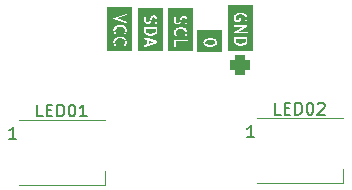
<source format=gto>
%TF.GenerationSoftware,KiCad,Pcbnew,7.0.2*%
%TF.CreationDate,2023-06-15T14:07:21-05:00*%
%TF.ProjectId,Capsule,43617073-756c-4652-9e6b-696361645f70,1.0*%
%TF.SameCoordinates,Original*%
%TF.FileFunction,Legend,Top*%
%TF.FilePolarity,Positive*%
%FSLAX46Y46*%
G04 Gerber Fmt 4.6, Leading zero omitted, Abs format (unit mm)*
G04 Created by KiCad (PCBNEW 7.0.2) date 2023-06-15 14:07:21*
%MOMM*%
%LPD*%
G01*
G04 APERTURE LIST*
G04 Aperture macros list*
%AMRoundRect*
0 Rectangle with rounded corners*
0 $1 Rounding radius*
0 $2 $3 $4 $5 $6 $7 $8 $9 X,Y pos of 4 corners*
0 Add a 4 corners polygon primitive as box body*
4,1,4,$2,$3,$4,$5,$6,$7,$8,$9,$2,$3,0*
0 Add four circle primitives for the rounded corners*
1,1,$1+$1,$2,$3*
1,1,$1+$1,$4,$5*
1,1,$1+$1,$6,$7*
1,1,$1+$1,$8,$9*
0 Add four rect primitives between the rounded corners*
20,1,$1+$1,$2,$3,$4,$5,0*
20,1,$1+$1,$4,$5,$6,$7,0*
20,1,$1+$1,$6,$7,$8,$9,0*
20,1,$1+$1,$8,$9,$2,$3,0*%
%AMOutline5P*
0 Free polygon, 5 corners , with rotation*
0 The origin of the aperture is its center*
0 number of corners: always 5*
0 $1 to $10 corner X, Y*
0 $11 Rotation angle, in degrees counterclockwise*
0 create outline with 5 corners*
4,1,5,$1,$2,$3,$4,$5,$6,$7,$8,$9,$10,$1,$2,$11*%
%AMOutline6P*
0 Free polygon, 6 corners , with rotation*
0 The origin of the aperture is its center*
0 number of corners: always 6*
0 $1 to $12 corner X, Y*
0 $13 Rotation angle, in degrees counterclockwise*
0 create outline with 6 corners*
4,1,6,$1,$2,$3,$4,$5,$6,$7,$8,$9,$10,$11,$12,$1,$2,$13*%
%AMOutline7P*
0 Free polygon, 7 corners , with rotation*
0 The origin of the aperture is its center*
0 number of corners: always 7*
0 $1 to $14 corner X, Y*
0 $15 Rotation angle, in degrees counterclockwise*
0 create outline with 7 corners*
4,1,7,$1,$2,$3,$4,$5,$6,$7,$8,$9,$10,$11,$12,$13,$14,$1,$2,$15*%
%AMOutline8P*
0 Free polygon, 8 corners , with rotation*
0 The origin of the aperture is its center*
0 number of corners: always 8*
0 $1 to $16 corner X, Y*
0 $17 Rotation angle, in degrees counterclockwise*
0 create outline with 8 corners*
4,1,8,$1,$2,$3,$4,$5,$6,$7,$8,$9,$10,$11,$12,$13,$14,$15,$16,$1,$2,$17*%
G04 Aperture macros list end*
%ADD10C,0.150000*%
%ADD11C,0.120000*%
%ADD12C,1.900000*%
%ADD13C,3.400000*%
%ADD14RoundRect,0.425000X-0.425000X0.425000X-0.425000X-0.425000X0.425000X-0.425000X0.425000X0.425000X0*%
%ADD15Outline5P,-0.850000X0.510000X-0.510000X0.850000X0.850000X0.850000X0.850000X-0.850000X-0.850000X-0.850000X270.000000*%
%ADD16O,1.700000X1.700000*%
%ADD17R,1.700000X1.700000*%
%ADD18R,1.500000X0.900000*%
%ADD19O,2.500000X1.500000*%
%ADD20O,1.500000X2.500000*%
G04 APERTURE END LIST*
D10*
%TO.C,Connector1*%
G36*
X130082380Y-58464019D02*
G01*
X130044208Y-58578533D01*
X129970095Y-58652646D01*
X129893109Y-58691139D01*
X129719575Y-58734523D01*
X129595186Y-58734523D01*
X129421653Y-58691139D01*
X129344664Y-58652645D01*
X129270551Y-58578532D01*
X129232380Y-58464020D01*
X129232380Y-58313095D01*
X130082380Y-58313095D01*
X130082380Y-58464019D01*
G37*
G36*
X130675357Y-59367857D02*
G01*
X128564643Y-59367857D01*
X128564643Y-58479016D01*
X129079265Y-58479016D01*
X129085803Y-58498629D01*
X129091623Y-58518450D01*
X129092729Y-58519408D01*
X129132571Y-58638929D01*
X129136395Y-58656508D01*
X129147236Y-58667349D01*
X129155982Y-58679933D01*
X129162527Y-58682640D01*
X129240556Y-58760669D01*
X129247000Y-58771519D01*
X129265501Y-58780769D01*
X129283623Y-58790665D01*
X129285083Y-58790560D01*
X129349986Y-58823012D01*
X129355921Y-58829324D01*
X129369298Y-58832668D01*
X129371578Y-58833808D01*
X129379710Y-58835271D01*
X129555788Y-58879290D01*
X129563930Y-58884523D01*
X129576718Y-58884523D01*
X129578222Y-58884899D01*
X129587468Y-58884523D01*
X129716466Y-58884523D01*
X129725635Y-58887625D01*
X129738043Y-58884523D01*
X129739591Y-58884523D01*
X129748460Y-58881918D01*
X129924515Y-58837904D01*
X129933129Y-58838835D01*
X129945462Y-58832668D01*
X129947935Y-58832050D01*
X129955062Y-58827867D01*
X130039652Y-58785572D01*
X130051984Y-58782890D01*
X130066611Y-58768262D01*
X130081729Y-58754201D01*
X130082091Y-58752782D01*
X130159939Y-58674934D01*
X130173948Y-58663656D01*
X130178795Y-58649114D01*
X130186141Y-58635662D01*
X130185635Y-58628594D01*
X130225558Y-58508826D01*
X130232380Y-58498212D01*
X130232379Y-58477532D01*
X130233126Y-58456893D01*
X130232380Y-58455634D01*
X130232380Y-58243454D01*
X130234750Y-58226971D01*
X130227830Y-58211818D01*
X130223137Y-58195835D01*
X130218824Y-58192098D01*
X130216454Y-58186907D01*
X130202437Y-58177899D01*
X130189851Y-58166993D01*
X130184204Y-58166181D01*
X130179402Y-58163095D01*
X130162740Y-58163095D01*
X130146256Y-58160725D01*
X130141066Y-58163095D01*
X129162740Y-58163095D01*
X129146256Y-58160725D01*
X129131103Y-58167644D01*
X129115120Y-58172338D01*
X129111383Y-58176650D01*
X129106192Y-58179021D01*
X129097184Y-58193037D01*
X129086278Y-58205624D01*
X129085466Y-58211270D01*
X129082380Y-58216073D01*
X129082380Y-58232735D01*
X129080010Y-58249219D01*
X129082380Y-58254408D01*
X129082380Y-58466788D01*
X129079265Y-58479016D01*
X128564643Y-58479016D01*
X128564643Y-57768988D01*
X129079536Y-57768988D01*
X129080309Y-57770945D01*
X129080010Y-57773028D01*
X129088346Y-57791283D01*
X129095723Y-57809949D01*
X129097431Y-57811177D01*
X129098306Y-57813092D01*
X129115190Y-57823942D01*
X129131486Y-57835657D01*
X129133588Y-57835766D01*
X129135358Y-57836904D01*
X129155427Y-57836904D01*
X129175470Y-57837948D01*
X129177297Y-57836904D01*
X130168162Y-57836904D01*
X130199640Y-57827661D01*
X130228482Y-57794375D01*
X130234750Y-57750780D01*
X130216454Y-57710716D01*
X130179402Y-57686904D01*
X129439797Y-57686904D01*
X130186954Y-57259957D01*
X130199640Y-57256233D01*
X130212779Y-57241069D01*
X130226697Y-57226602D01*
X130227104Y-57224536D01*
X130228482Y-57222947D01*
X130231337Y-57203086D01*
X130235224Y-57183392D01*
X130234450Y-57181434D01*
X130234750Y-57179352D01*
X130226413Y-57161096D01*
X130219037Y-57142431D01*
X130217328Y-57141202D01*
X130216454Y-57139288D01*
X130199569Y-57128437D01*
X130183274Y-57116723D01*
X130181171Y-57116613D01*
X130179402Y-57115476D01*
X130159333Y-57115476D01*
X130139290Y-57114432D01*
X130137463Y-57115476D01*
X129146598Y-57115476D01*
X129115120Y-57124719D01*
X129086278Y-57158005D01*
X129080010Y-57201600D01*
X129098306Y-57241664D01*
X129135358Y-57265476D01*
X129874963Y-57265476D01*
X129127805Y-57692422D01*
X129115120Y-57696147D01*
X129101980Y-57711310D01*
X129088063Y-57725778D01*
X129087655Y-57727843D01*
X129086278Y-57729433D01*
X129083422Y-57749293D01*
X129079536Y-57768988D01*
X128564643Y-57768988D01*
X128564643Y-56574254D01*
X129079265Y-56574254D01*
X129085803Y-56593867D01*
X129091623Y-56613688D01*
X129092729Y-56614646D01*
X129132571Y-56734167D01*
X129136395Y-56751746D01*
X129147236Y-56762587D01*
X129155982Y-56775171D01*
X129162527Y-56777878D01*
X129190018Y-56805369D01*
X129193545Y-56813092D01*
X129205287Y-56820638D01*
X129207210Y-56822561D01*
X129214318Y-56826442D01*
X129230597Y-56836904D01*
X129233478Y-56836904D01*
X129236004Y-56838283D01*
X129255285Y-56836904D01*
X129580592Y-56836904D01*
X129597076Y-56839274D01*
X129612228Y-56832354D01*
X129628212Y-56827661D01*
X129631948Y-56823348D01*
X129637140Y-56820978D01*
X129646147Y-56806961D01*
X129657054Y-56794375D01*
X129657865Y-56788728D01*
X129660952Y-56783926D01*
X129660952Y-56767263D01*
X129663322Y-56750780D01*
X129660952Y-56745590D01*
X129660952Y-56560646D01*
X129651709Y-56529168D01*
X129618423Y-56500326D01*
X129574828Y-56494058D01*
X129534764Y-56512354D01*
X129510952Y-56549406D01*
X129510952Y-56686904D01*
X129283685Y-56686904D01*
X129270551Y-56673770D01*
X129232380Y-56559258D01*
X129232380Y-56488360D01*
X129270552Y-56373846D01*
X129344664Y-56299734D01*
X129421650Y-56261240D01*
X129595186Y-56217857D01*
X129719574Y-56217857D01*
X129893107Y-56261240D01*
X129970097Y-56299735D01*
X130044208Y-56373846D01*
X130082380Y-56488360D01*
X130082380Y-56601341D01*
X130037857Y-56690388D01*
X130032047Y-56722676D01*
X130048920Y-56763359D01*
X130085110Y-56788462D01*
X130129126Y-56790014D01*
X130166995Y-56767523D01*
X130222658Y-56656195D01*
X130232380Y-56641069D01*
X130232380Y-56625739D01*
X130235094Y-56610656D01*
X130232380Y-56604112D01*
X130232380Y-56485591D01*
X130235495Y-56473364D01*
X130228955Y-56453744D01*
X130223137Y-56433930D01*
X130222030Y-56432971D01*
X130182188Y-56313442D01*
X130178366Y-56295872D01*
X130167527Y-56285033D01*
X130158780Y-56272447D01*
X130152232Y-56269738D01*
X130074204Y-56191710D01*
X130067761Y-56180861D01*
X130049260Y-56171610D01*
X130031138Y-56161715D01*
X130029677Y-56161819D01*
X129964773Y-56129367D01*
X129958839Y-56123056D01*
X129945461Y-56119711D01*
X129943182Y-56118572D01*
X129935049Y-56117108D01*
X129758972Y-56073089D01*
X129750831Y-56067857D01*
X129738043Y-56067857D01*
X129736539Y-56067481D01*
X129727293Y-56067857D01*
X129598295Y-56067857D01*
X129589126Y-56064755D01*
X129576718Y-56067857D01*
X129575170Y-56067857D01*
X129566300Y-56070461D01*
X129390243Y-56114475D01*
X129381632Y-56113546D01*
X129369301Y-56119711D01*
X129366826Y-56120330D01*
X129359687Y-56124517D01*
X129275107Y-56166807D01*
X129262777Y-56169490D01*
X129248157Y-56184109D01*
X129233032Y-56198179D01*
X129232669Y-56199597D01*
X129154824Y-56277442D01*
X129140813Y-56288723D01*
X129135964Y-56303267D01*
X129128620Y-56316718D01*
X129129125Y-56323784D01*
X129089201Y-56443553D01*
X129082380Y-56454168D01*
X129082380Y-56474847D01*
X129081634Y-56495487D01*
X129082380Y-56496745D01*
X129082380Y-56562026D01*
X129079265Y-56574254D01*
X128564643Y-56574254D01*
X128564643Y-55409524D01*
X130675357Y-55409524D01*
X130675357Y-59367857D01*
G37*
G36*
X122300208Y-58571428D02*
G01*
X121898095Y-58705465D01*
X121898095Y-58437390D01*
X122300208Y-58571428D01*
G37*
G36*
X122462380Y-57606876D02*
G01*
X122424208Y-57721390D01*
X122350095Y-57795503D01*
X122273109Y-57833996D01*
X122099575Y-57877380D01*
X121975186Y-57877380D01*
X121801653Y-57833996D01*
X121724664Y-57795502D01*
X121650551Y-57721389D01*
X121612380Y-57606877D01*
X121612380Y-57455952D01*
X122462380Y-57455952D01*
X122462380Y-57606876D01*
G37*
G36*
X123055357Y-59367857D02*
G01*
X120944643Y-59367857D01*
X120944643Y-58896441D01*
X121459658Y-58896441D01*
X121467498Y-58939781D01*
X121497525Y-58972003D01*
X121540205Y-58982876D01*
X121829982Y-58886283D01*
X121834219Y-58886893D01*
X121850608Y-58879408D01*
X122548228Y-58646868D01*
X122556677Y-58647174D01*
X122568710Y-58640041D01*
X122571325Y-58639170D01*
X122577956Y-58634561D01*
X122594565Y-58624717D01*
X122595871Y-58622110D01*
X122598265Y-58620447D01*
X122605645Y-58602604D01*
X122614297Y-58585341D01*
X122613986Y-58582441D01*
X122615101Y-58579748D01*
X122611664Y-58560753D01*
X122609609Y-58541547D01*
X122607779Y-58539274D01*
X122607261Y-58536408D01*
X122594104Y-58522289D01*
X122581989Y-58507241D01*
X122579222Y-58506318D01*
X122577235Y-58504186D01*
X122558524Y-58499419D01*
X121860947Y-58266893D01*
X121855566Y-58262231D01*
X121840430Y-58260054D01*
X121550868Y-58163534D01*
X121518083Y-58162349D01*
X121480195Y-58184806D01*
X121460463Y-58224182D01*
X121465150Y-58267975D01*
X121492771Y-58302282D01*
X121748095Y-58387390D01*
X121748095Y-58755465D01*
X121503434Y-58837019D01*
X121476494Y-58855742D01*
X121459658Y-58896441D01*
X120944643Y-58896441D01*
X120944643Y-57621873D01*
X121459265Y-57621873D01*
X121465803Y-57641486D01*
X121471623Y-57661307D01*
X121472729Y-57662265D01*
X121512571Y-57781786D01*
X121516395Y-57799365D01*
X121527236Y-57810206D01*
X121535982Y-57822790D01*
X121542527Y-57825497D01*
X121620556Y-57903526D01*
X121627000Y-57914376D01*
X121645501Y-57923626D01*
X121663623Y-57933522D01*
X121665083Y-57933417D01*
X121729986Y-57965869D01*
X121735921Y-57972181D01*
X121749298Y-57975525D01*
X121751578Y-57976665D01*
X121759710Y-57978128D01*
X121935788Y-58022147D01*
X121943930Y-58027380D01*
X121956718Y-58027380D01*
X121958222Y-58027756D01*
X121967468Y-58027380D01*
X122096466Y-58027380D01*
X122105635Y-58030482D01*
X122118043Y-58027380D01*
X122119591Y-58027380D01*
X122128460Y-58024775D01*
X122304515Y-57980761D01*
X122313129Y-57981692D01*
X122325462Y-57975525D01*
X122327935Y-57974907D01*
X122335062Y-57970724D01*
X122419652Y-57928429D01*
X122431984Y-57925747D01*
X122446611Y-57911119D01*
X122461729Y-57897058D01*
X122462091Y-57895639D01*
X122539939Y-57817791D01*
X122553948Y-57806513D01*
X122558795Y-57791971D01*
X122566141Y-57778519D01*
X122565635Y-57771451D01*
X122605558Y-57651683D01*
X122612380Y-57641069D01*
X122612379Y-57620389D01*
X122613126Y-57599750D01*
X122612380Y-57598491D01*
X122612380Y-57386311D01*
X122614750Y-57369828D01*
X122607830Y-57354675D01*
X122603137Y-57338692D01*
X122598824Y-57334955D01*
X122596454Y-57329764D01*
X122582437Y-57320756D01*
X122569851Y-57309850D01*
X122564204Y-57309038D01*
X122559402Y-57305952D01*
X122542740Y-57305952D01*
X122526256Y-57303582D01*
X122521066Y-57305952D01*
X121542740Y-57305952D01*
X121526256Y-57303582D01*
X121511103Y-57310501D01*
X121495120Y-57315195D01*
X121491383Y-57319507D01*
X121486192Y-57321878D01*
X121477184Y-57335894D01*
X121466278Y-57348481D01*
X121465466Y-57354127D01*
X121462380Y-57358930D01*
X121462380Y-57375592D01*
X121460010Y-57392076D01*
X121462380Y-57397265D01*
X121462380Y-57609645D01*
X121459265Y-57621873D01*
X120944643Y-57621873D01*
X120944643Y-56775749D01*
X121460450Y-56775749D01*
X121467305Y-56789459D01*
X121471623Y-56804164D01*
X121476977Y-56808803D01*
X121513712Y-56882272D01*
X121516395Y-56894603D01*
X121531019Y-56909227D01*
X121545085Y-56924348D01*
X121546502Y-56924710D01*
X121572937Y-56951145D01*
X121579381Y-56961995D01*
X121597890Y-56971249D01*
X121616004Y-56981140D01*
X121617462Y-56981035D01*
X121690708Y-57017658D01*
X121705835Y-57027380D01*
X121721165Y-57027380D01*
X121736248Y-57030094D01*
X121742792Y-57027380D01*
X121819055Y-57027380D01*
X121836939Y-57029311D01*
X121850652Y-57022454D01*
X121865355Y-57018137D01*
X121869993Y-57012783D01*
X121943462Y-56976048D01*
X121955794Y-56973366D01*
X121970421Y-56958738D01*
X121985539Y-56944677D01*
X121985901Y-56943258D01*
X122012336Y-56916823D01*
X122023186Y-56910380D01*
X122032440Y-56891870D01*
X122042331Y-56873757D01*
X122042226Y-56872298D01*
X122074679Y-56807393D01*
X122080991Y-56801459D01*
X122084335Y-56788081D01*
X122085475Y-56785802D01*
X122086938Y-56777669D01*
X122131954Y-56597605D01*
X122170449Y-56520616D01*
X122200854Y-56490210D01*
X122269370Y-56455952D01*
X122329198Y-56455952D01*
X122397715Y-56490211D01*
X122428121Y-56520616D01*
X122462380Y-56589132D01*
X122462380Y-56797352D01*
X122415200Y-56938892D01*
X122414015Y-56971677D01*
X122436472Y-57009565D01*
X122475848Y-57029297D01*
X122519641Y-57024610D01*
X122553948Y-56996989D01*
X122605558Y-56842159D01*
X122612380Y-56831545D01*
X122612379Y-56810865D01*
X122613126Y-56790226D01*
X122612380Y-56788967D01*
X122612380Y-56575458D01*
X122614310Y-56557584D01*
X122607455Y-56543874D01*
X122603137Y-56529168D01*
X122597782Y-56524528D01*
X122561048Y-56451059D01*
X122558366Y-56438729D01*
X122543746Y-56424109D01*
X122529677Y-56408984D01*
X122528258Y-56408621D01*
X122501823Y-56382186D01*
X122495380Y-56371337D01*
X122476879Y-56362086D01*
X122458757Y-56352191D01*
X122457296Y-56352295D01*
X122384055Y-56315675D01*
X122368926Y-56305952D01*
X122353596Y-56305952D01*
X122338513Y-56303238D01*
X122331969Y-56305952D01*
X122255697Y-56305952D01*
X122237822Y-56304022D01*
X122224112Y-56310876D01*
X122209406Y-56315195D01*
X122204766Y-56320549D01*
X122131297Y-56357283D01*
X122118967Y-56359966D01*
X122104347Y-56374585D01*
X122089222Y-56388655D01*
X122088859Y-56390073D01*
X122062424Y-56416508D01*
X122051575Y-56422952D01*
X122042324Y-56441452D01*
X122032429Y-56459575D01*
X122032533Y-56461035D01*
X122000081Y-56525939D01*
X121993770Y-56531874D01*
X121990425Y-56545251D01*
X121989286Y-56547531D01*
X121987822Y-56555663D01*
X121942806Y-56735726D01*
X121904312Y-56812715D01*
X121873905Y-56843122D01*
X121805390Y-56877380D01*
X121745563Y-56877380D01*
X121677045Y-56843121D01*
X121646639Y-56812715D01*
X121612380Y-56744198D01*
X121612380Y-56535979D01*
X121659561Y-56394441D01*
X121660747Y-56361655D01*
X121638290Y-56323767D01*
X121598914Y-56304035D01*
X121555120Y-56308722D01*
X121520813Y-56336342D01*
X121469201Y-56491172D01*
X121462380Y-56501787D01*
X121462379Y-56522466D01*
X121461634Y-56543106D01*
X121462380Y-56544364D01*
X121462380Y-56757869D01*
X121460450Y-56775749D01*
X120944643Y-56775749D01*
X120944643Y-55647619D01*
X123055357Y-55647619D01*
X123055357Y-59367857D01*
G37*
G36*
X127365726Y-58431478D02*
G01*
X127442716Y-58469973D01*
X127473121Y-58500378D01*
X127507380Y-58568894D01*
X127507380Y-58628722D01*
X127473121Y-58697239D01*
X127442714Y-58727646D01*
X127365728Y-58766139D01*
X127192194Y-58809523D01*
X126972567Y-58809523D01*
X126799034Y-58766139D01*
X126722045Y-58727645D01*
X126691639Y-58697239D01*
X126657380Y-58628722D01*
X126657380Y-58568895D01*
X126691639Y-58500378D01*
X126722045Y-58469972D01*
X126799031Y-58431478D01*
X126972567Y-58388095D01*
X127192193Y-58388095D01*
X127365726Y-58431478D01*
G37*
G36*
X128100357Y-59442857D02*
G01*
X125989643Y-59442857D01*
X125989643Y-58559580D01*
X126504666Y-58559580D01*
X126507380Y-58566123D01*
X126507380Y-58642393D01*
X126505450Y-58660273D01*
X126512305Y-58673983D01*
X126516623Y-58688688D01*
X126521977Y-58693327D01*
X126558712Y-58766796D01*
X126561395Y-58779127D01*
X126576019Y-58793751D01*
X126590085Y-58808872D01*
X126591502Y-58809234D01*
X126617937Y-58835669D01*
X126624381Y-58846519D01*
X126642890Y-58855773D01*
X126661004Y-58865664D01*
X126662462Y-58865559D01*
X126727367Y-58898012D01*
X126733302Y-58904324D01*
X126746679Y-58907668D01*
X126748959Y-58908808D01*
X126757091Y-58910271D01*
X126933169Y-58954290D01*
X126941311Y-58959523D01*
X126954099Y-58959523D01*
X126955603Y-58959899D01*
X126964849Y-58959523D01*
X127189085Y-58959523D01*
X127198254Y-58962625D01*
X127210662Y-58959523D01*
X127212210Y-58959523D01*
X127221079Y-58956918D01*
X127397134Y-58912904D01*
X127405748Y-58913835D01*
X127418081Y-58907668D01*
X127420554Y-58907050D01*
X127427681Y-58902867D01*
X127512271Y-58860572D01*
X127524603Y-58857890D01*
X127539230Y-58843262D01*
X127554348Y-58829201D01*
X127554710Y-58827782D01*
X127581145Y-58801347D01*
X127591995Y-58794904D01*
X127601249Y-58776394D01*
X127611140Y-58758281D01*
X127611035Y-58756822D01*
X127647658Y-58683576D01*
X127657380Y-58668450D01*
X127657380Y-58653120D01*
X127660094Y-58638037D01*
X127657380Y-58631493D01*
X127657380Y-58555220D01*
X127659310Y-58537346D01*
X127652455Y-58523636D01*
X127648137Y-58508930D01*
X127642782Y-58504290D01*
X127606048Y-58430821D01*
X127603366Y-58418491D01*
X127588746Y-58403871D01*
X127574677Y-58388746D01*
X127573258Y-58388383D01*
X127546823Y-58361948D01*
X127540380Y-58351099D01*
X127521879Y-58341848D01*
X127503757Y-58331953D01*
X127502296Y-58332057D01*
X127437392Y-58299605D01*
X127431458Y-58293294D01*
X127418080Y-58289949D01*
X127415801Y-58288810D01*
X127407668Y-58287346D01*
X127231591Y-58243327D01*
X127223450Y-58238095D01*
X127210662Y-58238095D01*
X127209158Y-58237719D01*
X127199912Y-58238095D01*
X126975676Y-58238095D01*
X126966507Y-58234993D01*
X126954099Y-58238095D01*
X126952551Y-58238095D01*
X126943681Y-58240699D01*
X126767624Y-58284713D01*
X126759013Y-58283784D01*
X126746682Y-58289949D01*
X126744207Y-58290568D01*
X126737068Y-58294755D01*
X126652488Y-58337045D01*
X126640158Y-58339728D01*
X126625538Y-58354347D01*
X126610413Y-58368417D01*
X126610050Y-58369835D01*
X126583617Y-58396268D01*
X126572767Y-58402713D01*
X126563518Y-58421209D01*
X126553620Y-58439337D01*
X126553724Y-58440797D01*
X126517101Y-58514040D01*
X126507380Y-58529168D01*
X126507380Y-58544497D01*
X126504666Y-58559580D01*
X125989643Y-58559580D01*
X125989643Y-57579762D01*
X128100357Y-57579762D01*
X128100357Y-59442857D01*
G37*
G36*
X120475357Y-59367857D02*
G01*
X118364643Y-59367857D01*
X118364643Y-58621873D01*
X118879265Y-58621873D01*
X118885803Y-58641486D01*
X118891623Y-58661307D01*
X118892729Y-58662265D01*
X118932571Y-58781786D01*
X118936395Y-58799365D01*
X118947236Y-58810206D01*
X118955982Y-58822790D01*
X118962527Y-58825497D01*
X119007210Y-58870180D01*
X119036004Y-58885902D01*
X119079935Y-58882760D01*
X119115193Y-58856366D01*
X119130586Y-58815099D01*
X119121224Y-58772062D01*
X119070551Y-58721389D01*
X119032380Y-58606877D01*
X119032380Y-58535979D01*
X119070552Y-58421465D01*
X119144664Y-58347353D01*
X119221650Y-58308859D01*
X119395186Y-58265476D01*
X119519574Y-58265476D01*
X119693107Y-58308859D01*
X119770097Y-58347354D01*
X119844208Y-58421465D01*
X119882380Y-58535979D01*
X119882379Y-58606876D01*
X119844208Y-58721390D01*
X119801485Y-58764114D01*
X119785762Y-58792908D01*
X119788905Y-58836839D01*
X119815299Y-58872098D01*
X119856566Y-58887490D01*
X119899603Y-58878128D01*
X119959939Y-58817791D01*
X119973948Y-58806513D01*
X119978796Y-58791969D01*
X119986140Y-58778519D01*
X119985634Y-58771453D01*
X120025558Y-58651683D01*
X120032380Y-58641069D01*
X120032380Y-58620389D01*
X120033126Y-58599750D01*
X120032379Y-58598491D01*
X120032380Y-58533210D01*
X120035495Y-58520983D01*
X120028955Y-58501363D01*
X120023137Y-58481549D01*
X120022030Y-58480590D01*
X119982188Y-58361061D01*
X119978366Y-58343491D01*
X119967527Y-58332652D01*
X119958780Y-58320066D01*
X119952232Y-58317357D01*
X119874204Y-58239329D01*
X119867761Y-58228480D01*
X119849260Y-58219229D01*
X119831138Y-58209334D01*
X119829677Y-58209438D01*
X119764773Y-58176986D01*
X119758839Y-58170675D01*
X119745461Y-58167330D01*
X119743182Y-58166191D01*
X119735049Y-58164727D01*
X119558972Y-58120708D01*
X119550831Y-58115476D01*
X119538043Y-58115476D01*
X119536539Y-58115100D01*
X119527293Y-58115476D01*
X119398295Y-58115476D01*
X119389126Y-58112374D01*
X119376718Y-58115476D01*
X119375170Y-58115476D01*
X119366300Y-58118080D01*
X119190243Y-58162094D01*
X119181632Y-58161165D01*
X119169301Y-58167330D01*
X119166826Y-58167949D01*
X119159687Y-58172136D01*
X119075107Y-58214426D01*
X119062777Y-58217109D01*
X119048157Y-58231728D01*
X119033032Y-58245798D01*
X119032669Y-58247216D01*
X118954824Y-58325061D01*
X118940813Y-58336342D01*
X118935964Y-58350886D01*
X118928620Y-58364337D01*
X118929125Y-58371403D01*
X118889201Y-58491172D01*
X118882380Y-58501787D01*
X118882380Y-58522466D01*
X118881634Y-58543106D01*
X118882380Y-58544364D01*
X118882380Y-58609645D01*
X118879265Y-58621873D01*
X118364643Y-58621873D01*
X118364643Y-57621873D01*
X118879265Y-57621873D01*
X118885803Y-57641486D01*
X118891623Y-57661307D01*
X118892729Y-57662265D01*
X118932571Y-57781786D01*
X118936395Y-57799365D01*
X118947236Y-57810206D01*
X118955982Y-57822790D01*
X118962527Y-57825497D01*
X119007210Y-57870180D01*
X119036004Y-57885902D01*
X119079935Y-57882760D01*
X119115193Y-57856366D01*
X119130586Y-57815099D01*
X119121224Y-57772062D01*
X119070551Y-57721389D01*
X119032380Y-57606877D01*
X119032380Y-57535979D01*
X119070552Y-57421465D01*
X119144664Y-57347353D01*
X119221650Y-57308859D01*
X119395186Y-57265476D01*
X119519574Y-57265476D01*
X119693107Y-57308859D01*
X119770097Y-57347354D01*
X119844208Y-57421465D01*
X119882380Y-57535979D01*
X119882379Y-57606876D01*
X119844208Y-57721390D01*
X119801485Y-57764114D01*
X119785762Y-57792908D01*
X119788905Y-57836839D01*
X119815299Y-57872098D01*
X119856566Y-57887490D01*
X119899603Y-57878128D01*
X119959939Y-57817791D01*
X119973948Y-57806513D01*
X119978796Y-57791969D01*
X119986140Y-57778519D01*
X119985634Y-57771453D01*
X120025558Y-57651683D01*
X120032380Y-57641069D01*
X120032380Y-57620389D01*
X120033126Y-57599750D01*
X120032379Y-57598491D01*
X120032380Y-57533210D01*
X120035495Y-57520983D01*
X120028955Y-57501363D01*
X120023137Y-57481549D01*
X120022030Y-57480590D01*
X119982188Y-57361061D01*
X119978366Y-57343491D01*
X119967527Y-57332652D01*
X119958780Y-57320066D01*
X119952232Y-57317357D01*
X119874204Y-57239329D01*
X119867761Y-57228480D01*
X119849260Y-57219229D01*
X119831138Y-57209334D01*
X119829677Y-57209438D01*
X119764773Y-57176986D01*
X119758839Y-57170675D01*
X119745461Y-57167330D01*
X119743182Y-57166191D01*
X119735049Y-57164727D01*
X119558972Y-57120708D01*
X119550831Y-57115476D01*
X119538043Y-57115476D01*
X119536539Y-57115100D01*
X119527293Y-57115476D01*
X119398295Y-57115476D01*
X119389126Y-57112374D01*
X119376718Y-57115476D01*
X119375170Y-57115476D01*
X119366300Y-57118080D01*
X119190243Y-57162094D01*
X119181632Y-57161165D01*
X119169301Y-57167330D01*
X119166826Y-57167949D01*
X119159687Y-57172136D01*
X119075107Y-57214426D01*
X119062777Y-57217109D01*
X119048157Y-57231728D01*
X119033032Y-57245798D01*
X119032669Y-57247216D01*
X118954824Y-57325061D01*
X118940813Y-57336342D01*
X118935964Y-57350886D01*
X118928620Y-57364337D01*
X118929125Y-57371403D01*
X118889201Y-57491172D01*
X118882380Y-57501787D01*
X118882380Y-57522466D01*
X118881634Y-57543106D01*
X118882380Y-57544364D01*
X118882380Y-57609645D01*
X118879265Y-57621873D01*
X118364643Y-57621873D01*
X118364643Y-56563108D01*
X118879658Y-56563108D01*
X118883095Y-56582109D01*
X118885150Y-56601308D01*
X118886979Y-56603579D01*
X118887498Y-56606448D01*
X118900658Y-56620570D01*
X118912771Y-56635615D01*
X118915537Y-56636537D01*
X118917525Y-56638670D01*
X118936236Y-56643436D01*
X119943891Y-56979322D01*
X119976677Y-56980507D01*
X120014565Y-56958050D01*
X120034297Y-56918674D01*
X120029609Y-56874880D01*
X120001989Y-56840574D01*
X119194550Y-56571427D01*
X119991325Y-56305837D01*
X120018265Y-56287114D01*
X120035101Y-56246415D01*
X120027261Y-56203075D01*
X119997235Y-56170853D01*
X119954554Y-56159980D01*
X118946530Y-56495987D01*
X118938083Y-56495682D01*
X118926050Y-56502813D01*
X118923434Y-56503686D01*
X118916796Y-56508298D01*
X118900195Y-56518139D01*
X118898889Y-56520744D01*
X118896494Y-56522409D01*
X118889108Y-56540262D01*
X118880463Y-56557515D01*
X118880773Y-56560412D01*
X118879658Y-56563108D01*
X118364643Y-56563108D01*
X118364643Y-55600000D01*
X120475357Y-55600000D01*
X120475357Y-59367857D01*
G37*
G36*
X125595357Y-59367857D02*
G01*
X123484643Y-59367857D01*
X123484643Y-58439695D01*
X124000010Y-58439695D01*
X124002380Y-58444884D01*
X124002380Y-58915543D01*
X124011623Y-58947021D01*
X124044909Y-58975863D01*
X124088504Y-58982131D01*
X124128568Y-58963835D01*
X124152380Y-58926783D01*
X124152380Y-58503571D01*
X125088162Y-58503571D01*
X125119640Y-58494328D01*
X125148482Y-58461042D01*
X125154750Y-58417447D01*
X125136454Y-58377383D01*
X125099402Y-58353571D01*
X124082740Y-58353571D01*
X124066256Y-58351201D01*
X124051103Y-58358120D01*
X124035120Y-58362814D01*
X124031383Y-58367126D01*
X124026192Y-58369497D01*
X124017184Y-58383513D01*
X124006278Y-58396100D01*
X124005466Y-58401746D01*
X124002380Y-58406549D01*
X124002379Y-58423211D01*
X124000010Y-58439695D01*
X123484643Y-58439695D01*
X123484643Y-57812349D01*
X123999265Y-57812349D01*
X124005803Y-57831962D01*
X124011623Y-57851783D01*
X124012729Y-57852741D01*
X124052571Y-57972262D01*
X124056395Y-57989841D01*
X124067236Y-58000682D01*
X124075982Y-58013266D01*
X124082527Y-58015973D01*
X124127210Y-58060656D01*
X124156004Y-58076378D01*
X124199935Y-58073236D01*
X124235193Y-58046842D01*
X124250586Y-58005575D01*
X124241224Y-57962538D01*
X124190551Y-57911865D01*
X124152380Y-57797353D01*
X124152380Y-57726455D01*
X124190552Y-57611941D01*
X124264664Y-57537829D01*
X124341650Y-57499335D01*
X124515186Y-57455952D01*
X124639574Y-57455952D01*
X124813107Y-57499335D01*
X124890097Y-57537830D01*
X124964208Y-57611941D01*
X125002380Y-57726455D01*
X125002379Y-57797352D01*
X124964208Y-57911866D01*
X124921485Y-57954590D01*
X124905762Y-57983384D01*
X124908905Y-58027315D01*
X124935299Y-58062574D01*
X124976566Y-58077966D01*
X125019603Y-58068604D01*
X125079939Y-58008267D01*
X125093948Y-57996989D01*
X125098796Y-57982445D01*
X125106140Y-57968995D01*
X125105634Y-57961929D01*
X125145558Y-57842159D01*
X125152380Y-57831545D01*
X125152380Y-57810865D01*
X125153126Y-57790226D01*
X125152379Y-57788967D01*
X125152380Y-57723686D01*
X125155495Y-57711459D01*
X125148955Y-57691839D01*
X125143137Y-57672025D01*
X125142030Y-57671066D01*
X125102188Y-57551537D01*
X125098366Y-57533967D01*
X125087527Y-57523128D01*
X125078780Y-57510542D01*
X125072232Y-57507833D01*
X124994204Y-57429805D01*
X124987761Y-57418956D01*
X124969260Y-57409705D01*
X124951138Y-57399810D01*
X124949677Y-57399914D01*
X124884773Y-57367462D01*
X124878839Y-57361151D01*
X124865461Y-57357806D01*
X124863182Y-57356667D01*
X124855049Y-57355203D01*
X124678972Y-57311184D01*
X124670831Y-57305952D01*
X124658043Y-57305952D01*
X124656539Y-57305576D01*
X124647293Y-57305952D01*
X124518295Y-57305952D01*
X124509126Y-57302850D01*
X124496718Y-57305952D01*
X124495170Y-57305952D01*
X124486300Y-57308556D01*
X124310243Y-57352570D01*
X124301632Y-57351641D01*
X124289301Y-57357806D01*
X124286826Y-57358425D01*
X124279687Y-57362612D01*
X124195107Y-57404902D01*
X124182777Y-57407585D01*
X124168157Y-57422204D01*
X124153032Y-57436274D01*
X124152669Y-57437692D01*
X124074824Y-57515537D01*
X124060813Y-57526818D01*
X124055964Y-57541362D01*
X124048620Y-57554813D01*
X124049125Y-57561879D01*
X124009201Y-57681648D01*
X124002380Y-57692263D01*
X124002380Y-57712942D01*
X124001634Y-57733582D01*
X124002380Y-57734840D01*
X124002380Y-57800121D01*
X123999265Y-57812349D01*
X123484643Y-57812349D01*
X123484643Y-56823368D01*
X124000450Y-56823368D01*
X124007305Y-56837078D01*
X124011623Y-56851783D01*
X124016977Y-56856422D01*
X124053712Y-56929891D01*
X124056395Y-56942222D01*
X124071019Y-56956846D01*
X124085085Y-56971967D01*
X124086502Y-56972329D01*
X124112937Y-56998764D01*
X124119381Y-57009614D01*
X124137890Y-57018868D01*
X124156004Y-57028759D01*
X124157462Y-57028654D01*
X124230708Y-57065277D01*
X124245835Y-57074999D01*
X124261165Y-57074999D01*
X124276248Y-57077713D01*
X124282792Y-57074999D01*
X124359055Y-57074999D01*
X124376939Y-57076930D01*
X124390652Y-57070073D01*
X124405355Y-57065756D01*
X124409993Y-57060402D01*
X124483462Y-57023667D01*
X124495794Y-57020985D01*
X124510421Y-57006357D01*
X124525539Y-56992296D01*
X124525901Y-56990877D01*
X124552336Y-56964442D01*
X124563186Y-56957999D01*
X124572440Y-56939489D01*
X124582331Y-56921376D01*
X124582226Y-56919917D01*
X124614679Y-56855012D01*
X124620991Y-56849078D01*
X124624335Y-56835700D01*
X124625475Y-56833421D01*
X124626938Y-56825288D01*
X124671954Y-56645224D01*
X124710449Y-56568235D01*
X124740854Y-56537829D01*
X124809370Y-56503571D01*
X124869198Y-56503571D01*
X124937716Y-56537829D01*
X124968121Y-56568235D01*
X125002380Y-56636751D01*
X125002380Y-56844971D01*
X124955200Y-56986511D01*
X124954015Y-57019296D01*
X124976472Y-57057184D01*
X125015848Y-57076916D01*
X125059641Y-57072229D01*
X125093948Y-57044608D01*
X125145558Y-56889778D01*
X125152380Y-56879164D01*
X125152379Y-56858484D01*
X125153126Y-56837845D01*
X125152380Y-56836586D01*
X125152380Y-56623077D01*
X125154310Y-56605203D01*
X125147455Y-56591493D01*
X125143137Y-56576787D01*
X125137782Y-56572147D01*
X125101048Y-56498678D01*
X125098366Y-56486348D01*
X125083746Y-56471728D01*
X125069677Y-56456603D01*
X125068258Y-56456240D01*
X125041823Y-56429805D01*
X125035380Y-56418956D01*
X125016879Y-56409705D01*
X124998757Y-56399810D01*
X124997296Y-56399914D01*
X124924055Y-56363294D01*
X124908926Y-56353571D01*
X124893596Y-56353571D01*
X124878513Y-56350857D01*
X124871969Y-56353571D01*
X124795697Y-56353571D01*
X124777822Y-56351641D01*
X124764112Y-56358495D01*
X124749406Y-56362814D01*
X124744766Y-56368168D01*
X124671297Y-56404902D01*
X124658967Y-56407585D01*
X124644347Y-56422204D01*
X124629222Y-56436274D01*
X124628859Y-56437692D01*
X124602424Y-56464127D01*
X124591575Y-56470571D01*
X124582324Y-56489071D01*
X124572429Y-56507194D01*
X124572533Y-56508654D01*
X124540081Y-56573558D01*
X124533770Y-56579493D01*
X124530425Y-56592870D01*
X124529286Y-56595150D01*
X124527822Y-56603282D01*
X124482806Y-56783345D01*
X124444312Y-56860334D01*
X124413905Y-56890741D01*
X124345390Y-56924999D01*
X124285563Y-56924999D01*
X124217045Y-56890740D01*
X124186639Y-56860334D01*
X124152380Y-56791817D01*
X124152380Y-56583598D01*
X124199561Y-56442060D01*
X124200747Y-56409274D01*
X124178290Y-56371386D01*
X124138914Y-56351654D01*
X124095120Y-56356341D01*
X124060813Y-56383961D01*
X124009201Y-56538791D01*
X124002380Y-56549406D01*
X124002379Y-56570085D01*
X124001634Y-56590725D01*
X124002380Y-56591983D01*
X124002380Y-56805488D01*
X124000450Y-56823368D01*
X123484643Y-56823368D01*
X123484643Y-55695238D01*
X125595357Y-55695238D01*
X125595357Y-59367857D01*
G37*
%TO.C,LED02*%
X133054761Y-64712619D02*
X132578571Y-64712619D01*
X132578571Y-64712619D02*
X132578571Y-63712619D01*
X133388095Y-64188809D02*
X133721428Y-64188809D01*
X133864285Y-64712619D02*
X133388095Y-64712619D01*
X133388095Y-64712619D02*
X133388095Y-63712619D01*
X133388095Y-63712619D02*
X133864285Y-63712619D01*
X134292857Y-64712619D02*
X134292857Y-63712619D01*
X134292857Y-63712619D02*
X134530952Y-63712619D01*
X134530952Y-63712619D02*
X134673809Y-63760238D01*
X134673809Y-63760238D02*
X134769047Y-63855476D01*
X134769047Y-63855476D02*
X134816666Y-63950714D01*
X134816666Y-63950714D02*
X134864285Y-64141190D01*
X134864285Y-64141190D02*
X134864285Y-64284047D01*
X134864285Y-64284047D02*
X134816666Y-64474523D01*
X134816666Y-64474523D02*
X134769047Y-64569761D01*
X134769047Y-64569761D02*
X134673809Y-64665000D01*
X134673809Y-64665000D02*
X134530952Y-64712619D01*
X134530952Y-64712619D02*
X134292857Y-64712619D01*
X135483333Y-63712619D02*
X135578571Y-63712619D01*
X135578571Y-63712619D02*
X135673809Y-63760238D01*
X135673809Y-63760238D02*
X135721428Y-63807857D01*
X135721428Y-63807857D02*
X135769047Y-63903095D01*
X135769047Y-63903095D02*
X135816666Y-64093571D01*
X135816666Y-64093571D02*
X135816666Y-64331666D01*
X135816666Y-64331666D02*
X135769047Y-64522142D01*
X135769047Y-64522142D02*
X135721428Y-64617380D01*
X135721428Y-64617380D02*
X135673809Y-64665000D01*
X135673809Y-64665000D02*
X135578571Y-64712619D01*
X135578571Y-64712619D02*
X135483333Y-64712619D01*
X135483333Y-64712619D02*
X135388095Y-64665000D01*
X135388095Y-64665000D02*
X135340476Y-64617380D01*
X135340476Y-64617380D02*
X135292857Y-64522142D01*
X135292857Y-64522142D02*
X135245238Y-64331666D01*
X135245238Y-64331666D02*
X135245238Y-64093571D01*
X135245238Y-64093571D02*
X135292857Y-63903095D01*
X135292857Y-63903095D02*
X135340476Y-63807857D01*
X135340476Y-63807857D02*
X135388095Y-63760238D01*
X135388095Y-63760238D02*
X135483333Y-63712619D01*
X136197619Y-63807857D02*
X136245238Y-63760238D01*
X136245238Y-63760238D02*
X136340476Y-63712619D01*
X136340476Y-63712619D02*
X136578571Y-63712619D01*
X136578571Y-63712619D02*
X136673809Y-63760238D01*
X136673809Y-63760238D02*
X136721428Y-63807857D01*
X136721428Y-63807857D02*
X136769047Y-63903095D01*
X136769047Y-63903095D02*
X136769047Y-63998333D01*
X136769047Y-63998333D02*
X136721428Y-64141190D01*
X136721428Y-64141190D02*
X136150000Y-64712619D01*
X136150000Y-64712619D02*
X136769047Y-64712619D01*
X130785714Y-66612619D02*
X130214286Y-66612619D01*
X130500000Y-66612619D02*
X130500000Y-65612619D01*
X130500000Y-65612619D02*
X130404762Y-65755476D01*
X130404762Y-65755476D02*
X130309524Y-65850714D01*
X130309524Y-65850714D02*
X130214286Y-65898333D01*
%TO.C,LED01*%
X112904761Y-64862619D02*
X112428571Y-64862619D01*
X112428571Y-64862619D02*
X112428571Y-63862619D01*
X113238095Y-64338809D02*
X113571428Y-64338809D01*
X113714285Y-64862619D02*
X113238095Y-64862619D01*
X113238095Y-64862619D02*
X113238095Y-63862619D01*
X113238095Y-63862619D02*
X113714285Y-63862619D01*
X114142857Y-64862619D02*
X114142857Y-63862619D01*
X114142857Y-63862619D02*
X114380952Y-63862619D01*
X114380952Y-63862619D02*
X114523809Y-63910238D01*
X114523809Y-63910238D02*
X114619047Y-64005476D01*
X114619047Y-64005476D02*
X114666666Y-64100714D01*
X114666666Y-64100714D02*
X114714285Y-64291190D01*
X114714285Y-64291190D02*
X114714285Y-64434047D01*
X114714285Y-64434047D02*
X114666666Y-64624523D01*
X114666666Y-64624523D02*
X114619047Y-64719761D01*
X114619047Y-64719761D02*
X114523809Y-64815000D01*
X114523809Y-64815000D02*
X114380952Y-64862619D01*
X114380952Y-64862619D02*
X114142857Y-64862619D01*
X115333333Y-63862619D02*
X115428571Y-63862619D01*
X115428571Y-63862619D02*
X115523809Y-63910238D01*
X115523809Y-63910238D02*
X115571428Y-63957857D01*
X115571428Y-63957857D02*
X115619047Y-64053095D01*
X115619047Y-64053095D02*
X115666666Y-64243571D01*
X115666666Y-64243571D02*
X115666666Y-64481666D01*
X115666666Y-64481666D02*
X115619047Y-64672142D01*
X115619047Y-64672142D02*
X115571428Y-64767380D01*
X115571428Y-64767380D02*
X115523809Y-64815000D01*
X115523809Y-64815000D02*
X115428571Y-64862619D01*
X115428571Y-64862619D02*
X115333333Y-64862619D01*
X115333333Y-64862619D02*
X115238095Y-64815000D01*
X115238095Y-64815000D02*
X115190476Y-64767380D01*
X115190476Y-64767380D02*
X115142857Y-64672142D01*
X115142857Y-64672142D02*
X115095238Y-64481666D01*
X115095238Y-64481666D02*
X115095238Y-64243571D01*
X115095238Y-64243571D02*
X115142857Y-64053095D01*
X115142857Y-64053095D02*
X115190476Y-63957857D01*
X115190476Y-63957857D02*
X115238095Y-63910238D01*
X115238095Y-63910238D02*
X115333333Y-63862619D01*
X116619047Y-64862619D02*
X116047619Y-64862619D01*
X116333333Y-64862619D02*
X116333333Y-63862619D01*
X116333333Y-63862619D02*
X116238095Y-64005476D01*
X116238095Y-64005476D02*
X116142857Y-64100714D01*
X116142857Y-64100714D02*
X116047619Y-64148333D01*
X110635714Y-66762619D02*
X110064286Y-66762619D01*
X110350000Y-66762619D02*
X110350000Y-65762619D01*
X110350000Y-65762619D02*
X110254762Y-65905476D01*
X110254762Y-65905476D02*
X110159524Y-66000714D01*
X110159524Y-66000714D02*
X110064286Y-66048333D01*
D11*
%TO.C,LED02*%
X131000000Y-65000000D02*
X138300000Y-65000000D01*
X131000000Y-70500000D02*
X138300000Y-70500000D01*
X138300000Y-70500000D02*
X138300000Y-69350000D01*
%TO.C,LED01*%
X110850000Y-65150000D02*
X118150000Y-65150000D01*
X110850000Y-70650000D02*
X118150000Y-70650000D01*
X118150000Y-70650000D02*
X118150000Y-69500000D01*
%TD*%
%LPC*%
D12*
%TO.C,SW15*%
X95000000Y-45600000D03*
D13*
X100500000Y-45600000D03*
D12*
X106000000Y-45600000D03*
%TD*%
%TO.C,SW19*%
X194000000Y-45600000D03*
D13*
X199500000Y-45600000D03*
D12*
X205000000Y-45600000D03*
%TD*%
D14*
%TO.C,Connector1*%
X129620000Y-60500000D03*
D15*
X127080000Y-60500000D03*
D16*
X124540000Y-60500000D03*
X122000000Y-60500000D03*
D17*
X119460000Y-60500000D03*
%TD*%
D12*
%TO.C,SW11*%
X27000000Y-45600000D03*
D13*
X32500000Y-45600000D03*
D12*
X38000000Y-45600000D03*
%TD*%
%TO.C,SW10*%
X211000000Y-28600000D03*
D13*
X216500000Y-28600000D03*
D12*
X222000000Y-28600000D03*
%TD*%
%TO.C,SW22*%
X44000000Y-62600000D03*
D13*
X49500000Y-62600000D03*
D12*
X55000000Y-62600000D03*
%TD*%
%TO.C,SW17*%
X160000000Y-45600000D03*
D13*
X165500000Y-45600000D03*
D12*
X171000000Y-45600000D03*
%TD*%
%TO.C,SW16*%
X143000000Y-45600000D03*
D13*
X148500000Y-45600000D03*
D12*
X154000000Y-45600000D03*
%TD*%
%TO.C,SW24*%
X78000000Y-62600000D03*
D13*
X83500000Y-62600000D03*
D12*
X89000000Y-62600000D03*
%TD*%
%TO.C,SW29*%
X194000000Y-62600000D03*
D13*
X199500000Y-62600000D03*
D12*
X205000000Y-62600000D03*
%TD*%
%TO.C,SW14*%
X78000000Y-45600000D03*
D13*
X83500000Y-45600000D03*
D12*
X89000000Y-45600000D03*
%TD*%
%TO.C,SW5*%
X95000000Y-28600000D03*
D13*
X100500000Y-28600000D03*
D12*
X106000000Y-28600000D03*
%TD*%
%TO.C,SW27*%
X160000000Y-62600000D03*
D13*
X165500000Y-62600000D03*
D12*
X171000000Y-62600000D03*
%TD*%
%TO.C,SW1*%
X27000000Y-28600000D03*
D13*
X32500000Y-28600000D03*
D12*
X38000000Y-28600000D03*
%TD*%
%TO.C,SW28*%
X177000000Y-62600000D03*
D13*
X182500000Y-62600000D03*
D12*
X188000000Y-62600000D03*
%TD*%
%TO.C,SW21*%
X27000000Y-62600000D03*
D13*
X32500000Y-62600000D03*
D12*
X38000000Y-62600000D03*
%TD*%
%TO.C,SW26*%
X143000000Y-62600000D03*
D13*
X148500000Y-62600000D03*
D12*
X154000000Y-62600000D03*
%TD*%
%TO.C,SW20*%
X211000000Y-45600000D03*
D13*
X216500000Y-45600000D03*
D12*
X222000000Y-45600000D03*
%TD*%
%TO.C,SW25*%
X95000000Y-62600000D03*
D13*
X100500000Y-62600000D03*
D12*
X106000000Y-62600000D03*
%TD*%
%TO.C,SW3*%
X61000000Y-28600000D03*
D13*
X66500000Y-28600000D03*
D12*
X72000000Y-28600000D03*
%TD*%
%TO.C,SW12*%
X44000000Y-45600000D03*
D13*
X49500000Y-45600000D03*
D12*
X55000000Y-45600000D03*
%TD*%
%TO.C,SW4*%
X78000000Y-28600000D03*
D13*
X83500000Y-28600000D03*
D12*
X89000000Y-28600000D03*
%TD*%
%TO.C,SW18*%
X177000000Y-45600000D03*
D13*
X182500000Y-45600000D03*
D12*
X188000000Y-45600000D03*
%TD*%
%TO.C,SW23*%
X61000000Y-62600000D03*
D13*
X66500000Y-62600000D03*
D12*
X72000000Y-62600000D03*
%TD*%
%TO.C,SW30*%
X211000000Y-62600000D03*
D13*
X216500000Y-62600000D03*
D12*
X222000000Y-62600000D03*
%TD*%
%TO.C,SW2*%
X44000000Y-28600000D03*
D13*
X49500000Y-28600000D03*
D12*
X55000000Y-28600000D03*
%TD*%
%TO.C,SW8*%
X177000000Y-28600000D03*
D13*
X182500000Y-28600000D03*
D12*
X188000000Y-28600000D03*
%TD*%
%TO.C,SW13*%
X61000000Y-45600000D03*
D13*
X66500000Y-45600000D03*
D12*
X72000000Y-45600000D03*
%TD*%
D18*
%TO.C,LED02*%
X132200000Y-66100000D03*
X132200000Y-69400000D03*
X137100000Y-69400000D03*
X137100000Y-66100000D03*
%TD*%
%TO.C,LED01*%
X112050000Y-66250000D03*
X112050000Y-69550000D03*
X116950000Y-69550000D03*
X116950000Y-66250000D03*
%TD*%
D12*
%TO.C,SW6*%
X143000000Y-28600000D03*
D13*
X148500000Y-28600000D03*
D12*
X154000000Y-28600000D03*
%TD*%
%TO.C,SW7*%
X160000000Y-28600000D03*
D13*
X165500000Y-28600000D03*
D12*
X171000000Y-28600000D03*
%TD*%
%TO.C,SW9*%
X194000000Y-28600000D03*
D13*
X199500000Y-28600000D03*
D12*
X205000000Y-28600000D03*
%TD*%
D19*
%TO.C,U1*%
X117080000Y-21840000D03*
X117080000Y-24380000D03*
X117080000Y-26920000D03*
X117080000Y-29460000D03*
X117080000Y-32000000D03*
X117080000Y-34540000D03*
X117080000Y-37080000D03*
X117080000Y-39620000D03*
X117080000Y-42160000D03*
D20*
X120120000Y-42660000D03*
X122660000Y-42660000D03*
X125200000Y-42660000D03*
X127740000Y-42660000D03*
X130280000Y-42660000D03*
D19*
X133320000Y-42160000D03*
X133320000Y-39620000D03*
X133320000Y-37080000D03*
X133320000Y-34540000D03*
X133320000Y-32000000D03*
X133320000Y-29460000D03*
X133320000Y-26920000D03*
X133320000Y-24380000D03*
X133320000Y-21840000D03*
%TD*%
%LPD*%
M02*

</source>
